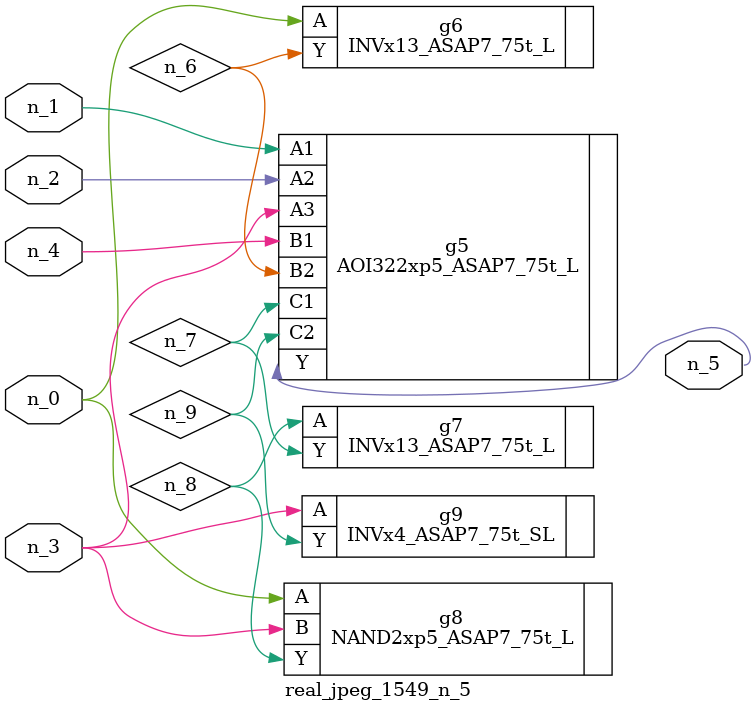
<source format=v>
module real_jpeg_1549_n_5 (n_4, n_0, n_1, n_2, n_3, n_5);

input n_4;
input n_0;
input n_1;
input n_2;
input n_3;

output n_5;

wire n_8;
wire n_6;
wire n_7;
wire n_9;

INVx13_ASAP7_75t_L g6 ( 
.A(n_0),
.Y(n_6)
);

NAND2xp5_ASAP7_75t_L g8 ( 
.A(n_0),
.B(n_3),
.Y(n_8)
);

AOI322xp5_ASAP7_75t_L g5 ( 
.A1(n_1),
.A2(n_2),
.A3(n_3),
.B1(n_4),
.B2(n_6),
.C1(n_7),
.C2(n_9),
.Y(n_5)
);

INVx4_ASAP7_75t_SL g9 ( 
.A(n_3),
.Y(n_9)
);

INVx13_ASAP7_75t_L g7 ( 
.A(n_8),
.Y(n_7)
);


endmodule
</source>
